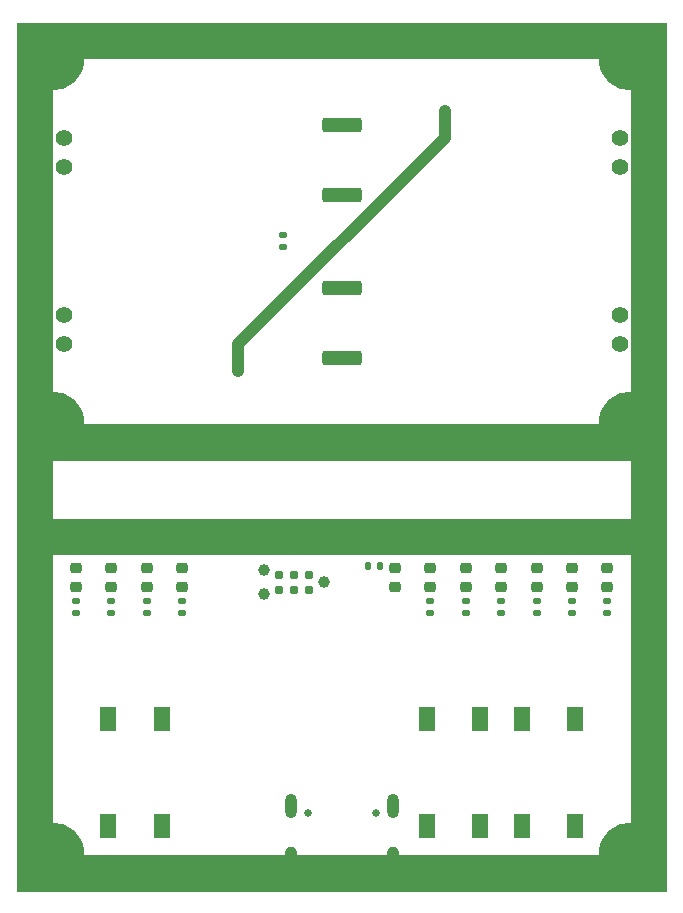
<source format=gbs>
G04 #@! TF.GenerationSoftware,KiCad,Pcbnew,7.0.8-7.0.8~ubuntu22.04.1*
G04 #@! TF.CreationDate,2023-11-30T18:16:29+01:00*
G04 #@! TF.ProjectId,LibreCAL,4c696272-6543-4414-9c2e-6b696361645f,B*
G04 #@! TF.SameCoordinates,Original*
G04 #@! TF.FileFunction,Soldermask,Bot*
G04 #@! TF.FilePolarity,Negative*
%FSLAX46Y46*%
G04 Gerber Fmt 4.6, Leading zero omitted, Abs format (unit mm)*
G04 Created by KiCad (PCBNEW 7.0.8-7.0.8~ubuntu22.04.1) date 2023-11-30 18:16:29*
%MOMM*%
%LPD*%
G01*
G04 APERTURE LIST*
G04 Aperture macros list*
%AMRoundRect*
0 Rectangle with rounded corners*
0 $1 Rounding radius*
0 $2 $3 $4 $5 $6 $7 $8 $9 X,Y pos of 4 corners*
0 Add a 4 corners polygon primitive as box body*
4,1,4,$2,$3,$4,$5,$6,$7,$8,$9,$2,$3,0*
0 Add four circle primitives for the rounded corners*
1,1,$1+$1,$2,$3*
1,1,$1+$1,$4,$5*
1,1,$1+$1,$6,$7*
1,1,$1+$1,$8,$9*
0 Add four rect primitives between the rounded corners*
20,1,$1+$1,$2,$3,$4,$5,0*
20,1,$1+$1,$4,$5,$6,$7,0*
20,1,$1+$1,$6,$7,$8,$9,0*
20,1,$1+$1,$8,$9,$2,$3,0*%
G04 Aperture macros list end*
%ADD10C,0.100000*%
%ADD11C,1.000000*%
%ADD12C,3.600000*%
%ADD13C,5.500000*%
%ADD14C,0.650000*%
%ADD15O,1.000000X2.100000*%
%ADD16O,1.000000X1.600000*%
%ADD17C,1.400000*%
%ADD18RoundRect,0.250000X1.425000X-0.362500X1.425000X0.362500X-1.425000X0.362500X-1.425000X-0.362500X0*%
%ADD19RoundRect,0.135000X-0.185000X0.135000X-0.185000X-0.135000X0.185000X-0.135000X0.185000X0.135000X0*%
%ADD20RoundRect,0.218750X0.256250X-0.218750X0.256250X0.218750X-0.256250X0.218750X-0.256250X-0.218750X0*%
%ADD21RoundRect,0.140000X-0.560000X0.910000X-0.560000X-0.910000X0.560000X-0.910000X0.560000X0.910000X0*%
%ADD22RoundRect,0.135000X0.135000X0.185000X-0.135000X0.185000X-0.135000X-0.185000X0.135000X-0.185000X0*%
%ADD23C,0.990600*%
%ADD24C,0.787400*%
%ADD25RoundRect,0.140000X0.560000X-0.910000X0.560000X0.910000X-0.560000X0.910000X-0.560000X-0.910000X0*%
%ADD26RoundRect,0.135000X0.185000X-0.135000X0.185000X0.135000X-0.185000X0.135000X-0.185000X-0.135000X0*%
G04 APERTURE END LIST*
D10*
X152000000Y-68900000D02*
X155000000Y-68900000D01*
X155000000Y-139500000D01*
X152000000Y-139500000D01*
X152000000Y-68900000D01*
G36*
X152000000Y-68900000D02*
G01*
X155000000Y-68900000D01*
X155000000Y-139500000D01*
X152000000Y-139500000D01*
X152000000Y-68900000D01*
G37*
X100000000Y-100000000D02*
X155000000Y-100000000D01*
X155000000Y-103000000D01*
X100000000Y-103000000D01*
X100000000Y-100000000D01*
G36*
X100000000Y-100000000D02*
G01*
X155000000Y-100000000D01*
X155000000Y-103000000D01*
X100000000Y-103000000D01*
X100000000Y-100000000D01*
G37*
X100000000Y-68900000D02*
X103000000Y-68900000D01*
X103000000Y-139500000D01*
X100000000Y-139500000D01*
X100000000Y-68900000D01*
G36*
X100000000Y-68900000D02*
G01*
X103000000Y-68900000D01*
X103000000Y-139500000D01*
X100000000Y-139500000D01*
X100000000Y-68900000D01*
G37*
D11*
X118750000Y-95500000D02*
X118750000Y-93250000D01*
X136250000Y-75750000D02*
X136250000Y-73500000D01*
D10*
X100000000Y-108000000D02*
X155000000Y-108000000D01*
X155000000Y-111000000D01*
X100000000Y-111000000D01*
X100000000Y-108000000D01*
G36*
X100000000Y-108000000D02*
G01*
X155000000Y-108000000D01*
X155000000Y-111000000D01*
X100000000Y-111000000D01*
X100000000Y-108000000D01*
G37*
X100000000Y-66000000D02*
X155000000Y-66000000D01*
X155000000Y-69000000D01*
X100000000Y-69000000D01*
X100000000Y-66000000D01*
G36*
X100000000Y-66000000D02*
G01*
X155000000Y-66000000D01*
X155000000Y-69000000D01*
X100000000Y-69000000D01*
X100000000Y-66000000D01*
G37*
D11*
X118750000Y-93250000D02*
X136250000Y-75750000D01*
D10*
X100000000Y-136500000D02*
X155000000Y-136500000D01*
X155000000Y-139500000D01*
X100000000Y-139500000D01*
X100000000Y-136500000D01*
G36*
X100000000Y-136500000D02*
G01*
X155000000Y-136500000D01*
X155000000Y-139500000D01*
X100000000Y-139500000D01*
X100000000Y-136500000D01*
G37*
D12*
G04 #@! TO.C,H2*
X152000000Y-69000000D03*
D13*
X152000000Y-69000000D03*
G04 #@! TD*
D14*
G04 #@! TO.C,J5*
X124610000Y-132900000D03*
X130390000Y-132900000D03*
D15*
X123180000Y-132370000D03*
D16*
X123180000Y-136550000D03*
D15*
X131820000Y-132370000D03*
D16*
X131820000Y-136550000D03*
G04 #@! TD*
D12*
G04 #@! TO.C,H5*
X152000000Y-100000000D03*
D13*
X152000000Y-100000000D03*
G04 #@! TD*
D12*
G04 #@! TO.C,H3*
X103000000Y-69000000D03*
D13*
X103000000Y-69000000D03*
G04 #@! TD*
D17*
G04 #@! TO.C,J1*
X153250000Y-78220000D03*
X151040000Y-78220000D03*
X153250000Y-75780000D03*
X151040000Y-75780000D03*
G04 #@! TD*
G04 #@! TO.C,J2*
X101750000Y-75780000D03*
X103960000Y-75780000D03*
X101750000Y-78220000D03*
X103960000Y-78220000D03*
G04 #@! TD*
D12*
G04 #@! TO.C,H4*
X103000000Y-136500000D03*
D13*
X103000000Y-136500000D03*
G04 #@! TD*
D12*
G04 #@! TO.C,H6*
X103000000Y-100000000D03*
D13*
X103000000Y-100000000D03*
G04 #@! TD*
D17*
G04 #@! TO.C,J3*
X153250000Y-93220000D03*
X151040000Y-93220000D03*
X153250000Y-90780000D03*
X151040000Y-90780000D03*
G04 #@! TD*
D12*
G04 #@! TO.C,H1*
X152000000Y-136500000D03*
D13*
X152000000Y-136500000D03*
G04 #@! TD*
D17*
G04 #@! TO.C,J4*
X101750000Y-90780000D03*
X103960000Y-90780000D03*
X101750000Y-93220000D03*
X103960000Y-93220000D03*
G04 #@! TD*
D18*
G04 #@! TO.C,R9*
X127500000Y-80562500D03*
X127500000Y-74637500D03*
G04 #@! TD*
D19*
G04 #@! TO.C,R22*
X141000000Y-114990000D03*
X141000000Y-116010000D03*
G04 #@! TD*
D20*
G04 #@! TO.C,D1*
X150000000Y-113787500D03*
X150000000Y-112212500D03*
G04 #@! TD*
G04 #@! TO.C,D8*
X138000000Y-113787500D03*
X138000000Y-112212500D03*
G04 #@! TD*
D19*
G04 #@! TO.C,R18*
X111000000Y-114990000D03*
X111000000Y-116010000D03*
G04 #@! TD*
G04 #@! TO.C,R24*
X135000000Y-114990000D03*
X135000000Y-116010000D03*
G04 #@! TD*
D21*
G04 #@! TO.C,SW1*
X139250000Y-124950000D03*
X139250000Y-134050000D03*
X134750000Y-124950000D03*
X134750000Y-134050000D03*
G04 #@! TD*
D20*
G04 #@! TO.C,D10*
X132000000Y-113787500D03*
X132000000Y-112212500D03*
G04 #@! TD*
G04 #@! TO.C,D11*
X135000000Y-113787500D03*
X135000000Y-112212500D03*
G04 #@! TD*
D22*
G04 #@! TO.C,R23*
X130710000Y-112000000D03*
X129690000Y-112000000D03*
G04 #@! TD*
D20*
G04 #@! TO.C,D9*
X141000000Y-113787500D03*
X141000000Y-112212500D03*
G04 #@! TD*
G04 #@! TO.C,D5*
X111000000Y-113787500D03*
X111000000Y-112212500D03*
G04 #@! TD*
D19*
G04 #@! TO.C,R15*
X147000000Y-114990000D03*
X147000000Y-116010000D03*
G04 #@! TD*
G04 #@! TO.C,R19*
X108000000Y-114990000D03*
X108000000Y-116010000D03*
G04 #@! TD*
G04 #@! TO.C,R16*
X144000000Y-114990000D03*
X144000000Y-116010000D03*
G04 #@! TD*
G04 #@! TO.C,R21*
X138000000Y-114990000D03*
X138000000Y-116010000D03*
G04 #@! TD*
D23*
G04 #@! TO.C,J6*
X126040000Y-113400000D03*
X120960000Y-114416000D03*
X120960000Y-112384000D03*
D24*
X124770000Y-114035000D03*
X124770000Y-112765000D03*
X123500000Y-114035000D03*
X123500000Y-112765000D03*
X122230000Y-114035000D03*
X122230000Y-112765000D03*
G04 #@! TD*
D19*
G04 #@! TO.C,R20*
X105000000Y-114990000D03*
X105000000Y-116010000D03*
G04 #@! TD*
D25*
G04 #@! TO.C,SW3*
X107750000Y-134050000D03*
X107750000Y-124950000D03*
X112250000Y-134050000D03*
X112250000Y-124950000D03*
G04 #@! TD*
D19*
G04 #@! TO.C,R17*
X114000000Y-114990000D03*
X114000000Y-116010000D03*
G04 #@! TD*
G04 #@! TO.C,R14*
X150000000Y-114990000D03*
X150000000Y-116010000D03*
G04 #@! TD*
D20*
G04 #@! TO.C,D6*
X108000000Y-113787500D03*
X108000000Y-112212500D03*
G04 #@! TD*
D18*
G04 #@! TO.C,R8*
X127500000Y-94362500D03*
X127500000Y-88437500D03*
G04 #@! TD*
D20*
G04 #@! TO.C,D3*
X144000000Y-113787500D03*
X144000000Y-112212500D03*
G04 #@! TD*
G04 #@! TO.C,D2*
X147000000Y-113787500D03*
X147000000Y-112212500D03*
G04 #@! TD*
D26*
G04 #@! TO.C,TH1*
X122500000Y-85010000D03*
X122500000Y-83990000D03*
G04 #@! TD*
D25*
G04 #@! TO.C,SW2*
X142750000Y-134050000D03*
X142750000Y-124950000D03*
X147250000Y-134050000D03*
X147250000Y-124950000D03*
G04 #@! TD*
D20*
G04 #@! TO.C,D7*
X105000000Y-113787500D03*
X105000000Y-112212500D03*
G04 #@! TD*
G04 #@! TO.C,D4*
X114000000Y-113787500D03*
X114000000Y-112212500D03*
G04 #@! TD*
M02*

</source>
